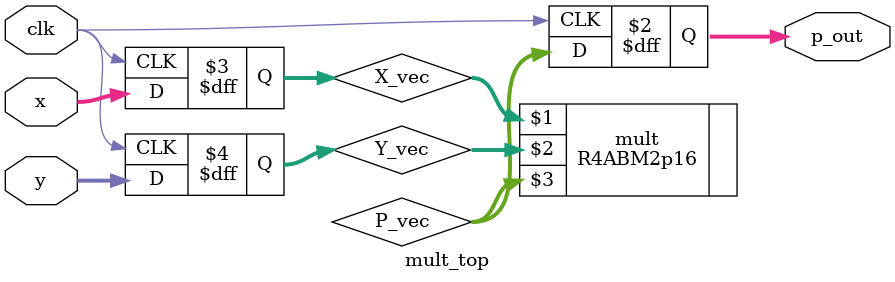
<source format=v>

`include "timescale.v"

module mult_top(
    // Clock and reset
    input clk,
    // Input X has a form x_i%d where %d denotes the bit number
    input  [15:0] x,
    // Input Y has a form y_i%d where %d denotes the bit number
    input  [15:0] y,
    // Output P has a form p_out%d where %d denotes the bit number
    output reg [31:0] p_out
    );

    
    // Now we have X_vec and Y_vec signal 
    // Then we do processing with these signals and store the 
    // intermidiate result in P_vec
    // For example purposes X_vec and Y_vec are concanated and stored in P_vec
    wire [31:0] P_vec;
    reg [15:0] X_vec;
    reg [15:0] Y_vec;
    
    R4ABM2p16 mult(X_vec,Y_vec,P_vec); 

 
    always @(posedge clk) 
    begin
        p_out = P_vec;
        X_vec = x;
        Y_vec = y;
    end

endmodule 


</source>
